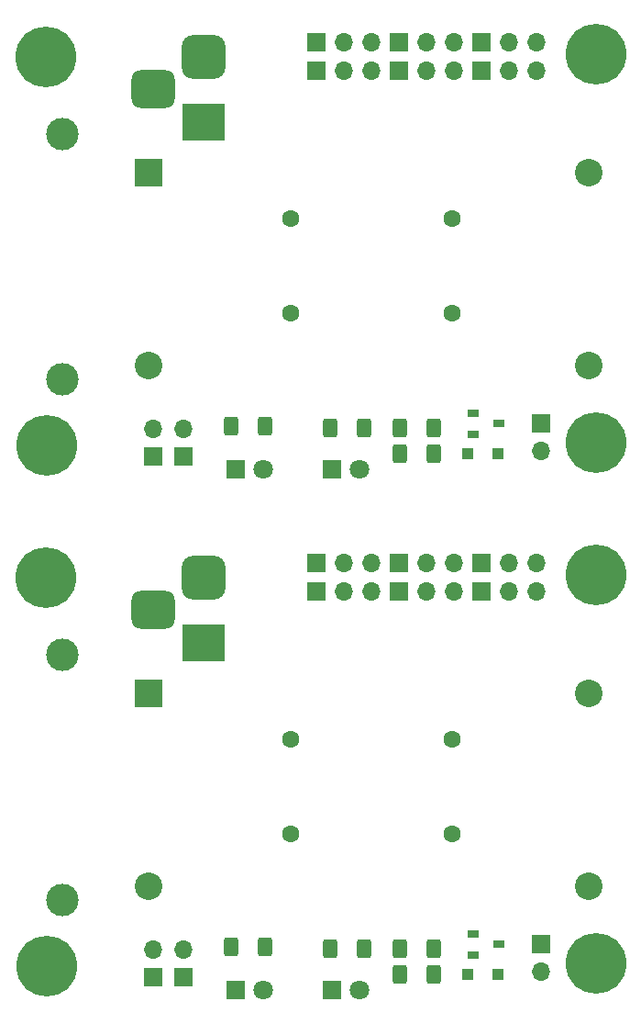
<source format=gts>
%MOIN*%
%OFA0B0*%
%FSLAX46Y46*%
%IPPOS*%
%LPD*%
%AMRoundRect*
4,1,4,
0.07874015748031496,0.11811023622047245,
0.15748031496062992,0.19685039370078741,
0.23622047244094491,0.27559055118110237,
0.31496062992125984,0.35433070866141736,
0.07874015748031496,0.11811023622047245,
0*
1,1,$1,$2,$3*
1,1,$1,$2,$3*
1,1,$1,$2,$3*
1,1,$1,$2,$3*
20,1,$1,$2,$3,$4,$5,0*
20,1,$1,$2,$3,$4,$5,0*
20,1,$1,$2,$3,$4,$5,0*
20,1,$1,$2,$3,$4,$5,0*%
%AMCOMP11*
4,1,3,
0.015748031496062995,0.024606299212598427,
-0.015748031496062995,0.024606299212598427,
-0.015748031496062995,-0.024606299212598427,
0.015748031496062995,-0.024606299212598427,
0*
4,1,19,
0.015748031496062995,0.034448818897637797,
0.018789537346210115,0.033967091695818442,
0.02153331941232749,0.032569064905265233,
0.0237107971887298,0.030391587128862928,
0.025108823979283011,0.027647805062745546,
0.025590551181102365,0.024606299212598427,
0.025108823979283011,0.021564793362451307,
0.0237107971887298,0.018821011296333928,
0.021533319412327497,0.016643533519931621,
0.018789537346210115,0.015245506729378409,
0.015748031496062995,0.014763779527559057,
0.012706525645915871,0.015245506729378409,
0.009962743579798497,0.016643533519931621,
0.0077852658033961885,0.018821011296333925,
0.0063872390128429787,0.021564793362451307,
0.0059055118110236228,0.024606299212598427,
0.006387239012842977,0.027647805062745546,
0.0077852658033961868,0.030391587128862925,
0.0099627435797984918,0.032569064905265233,
0.012706525645915871,0.033967091695818442,
0*
4,1,19,
-0.015748031496062995,0.034448818897637797,
-0.012706525645915873,0.033967091695818442,
-0.0099627435797984935,0.032569064905265233,
-0.0077852658033961877,0.030391587128862928,
-0.0063872390128429787,0.027647805062745546,
-0.0059055118110236228,0.024606299212598427,
-0.006387239012842977,0.021564793362451307,
-0.0077852658033961877,0.018821011296333928,
-0.0099627435797984918,0.016643533519931621,
-0.012706525645915873,0.015245506729378409,
-0.015748031496062992,0.014763779527559057,
-0.018789537346210118,0.015245506729378409,
-0.02153331941232749,0.016643533519931621,
-0.0237107971887298,0.018821011296333925,
-0.025108823979283011,0.021564793362451307,
-0.025590551181102365,0.024606299212598427,
-0.025108823979283011,0.027647805062745546,
-0.0237107971887298,0.030391587128862925,
-0.021533319412327497,0.032569064905265233,
-0.018789537346210118,0.033967091695818442,
0*
4,1,19,
-0.015748031496062995,-0.014763779527559057,
-0.012706525645915873,-0.015245506729378409,
-0.0099627435797984935,-0.016643533519931621,
-0.0077852658033961877,-0.018821011296333928,
-0.0063872390128429787,-0.021564793362451307,
-0.0059055118110236228,-0.024606299212598427,
-0.006387239012842977,-0.027647805062745546,
-0.0077852658033961877,-0.030391587128862925,
-0.0099627435797984918,-0.032569064905265233,
-0.012706525645915873,-0.033967091695818442,
-0.015748031496062992,-0.034448818897637797,
-0.018789537346210118,-0.033967091695818442,
-0.02153331941232749,-0.032569064905265233,
-0.0237107971887298,-0.030391587128862928,
-0.025108823979283011,-0.027647805062745546,
-0.025590551181102365,-0.024606299212598427,
-0.025108823979283011,-0.021564793362451307,
-0.0237107971887298,-0.018821011296333928,
-0.021533319412327497,-0.016643533519931621,
-0.018789537346210118,-0.015245506729378409,
0*
4,1,19,
0.015748031496062995,-0.014763779527559057,
0.018789537346210115,-0.015245506729378409,
0.02153331941232749,-0.016643533519931621,
0.0237107971887298,-0.018821011296333928,
0.025108823979283011,-0.021564793362451307,
0.025590551181102365,-0.024606299212598427,
0.025108823979283011,-0.027647805062745546,
0.0237107971887298,-0.030391587128862925,
0.021533319412327497,-0.032569064905265233,
0.018789537346210115,-0.033967091695818442,
0.015748031496062995,-0.034448818897637797,
0.012706525645915871,-0.033967091695818442,
0.009962743579798497,-0.032569064905265233,
0.0077852658033961885,-0.030391587128862928,
0.0063872390128429787,-0.027647805062745546,
0.0059055118110236228,-0.024606299212598427,
0.006387239012842977,-0.021564793362451307,
0.0077852658033961868,-0.018821011296333928,
0.0099627435797984918,-0.016643533519931621,
0.012706525645915871,-0.015245506729378409,
0*
4,1,3,
0.015748031496062995,0.034448818897637797,
0.015748031496062995,0.014763779527559057,
-0.015748031496062995,0.014763779527559057,
-0.015748031496062995,0.034448818897637797,
0*
4,1,3,
-0.025590551181102365,0.024606299212598427,
-0.0059055118110236228,0.024606299212598427,
-0.0059055118110236228,-0.024606299212598427,
-0.025590551181102365,-0.024606299212598427,
0*
4,1,3,
-0.015748031496062995,-0.034448818897637797,
-0.015748031496062995,-0.014763779527559057,
0.015748031496062995,-0.014763779527559057,
0.015748031496062995,-0.034448818897637797,
0*
4,1,3,
0.025590551181102365,-0.024606299212598427,
0.0059055118110236228,-0.024606299212598427,
0.0059055118110236228,0.024606299212598427,
0.025590551181102365,0.024606299212598427,
0*%
%AMCOMP12*
4,1,3,
-0.015748031496062995,-0.024606299212598427,
0.015748031496062995,-0.024606299212598427,
0.015748031496062995,0.024606299212598427,
-0.015748031496062995,0.024606299212598427,
0*
4,1,19,
-0.015748031496062995,-0.014763779527559057,
-0.012706525645915873,-0.015245506729378409,
-0.0099627435797984935,-0.016643533519931621,
-0.0077852658033961877,-0.018821011296333928,
-0.0063872390128429787,-0.021564793362451307,
-0.0059055118110236228,-0.024606299212598427,
-0.006387239012842977,-0.027647805062745546,
-0.0077852658033961877,-0.030391587128862925,
-0.0099627435797984918,-0.032569064905265233,
-0.012706525645915873,-0.033967091695818442,
-0.015748031496062992,-0.034448818897637797,
-0.018789537346210118,-0.033967091695818442,
-0.02153331941232749,-0.032569064905265233,
-0.0237107971887298,-0.030391587128862928,
-0.025108823979283011,-0.027647805062745546,
-0.025590551181102365,-0.024606299212598427,
-0.025108823979283011,-0.021564793362451307,
-0.0237107971887298,-0.018821011296333928,
-0.021533319412327497,-0.016643533519931621,
-0.018789537346210118,-0.015245506729378409,
0*
4,1,19,
0.015748031496062995,-0.014763779527559057,
0.018789537346210115,-0.015245506729378409,
0.02153331941232749,-0.016643533519931621,
0.0237107971887298,-0.018821011296333928,
0.025108823979283011,-0.021564793362451307,
0.025590551181102365,-0.024606299212598427,
0.025108823979283011,-0.027647805062745546,
0.0237107971887298,-0.030391587128862925,
0.021533319412327497,-0.032569064905265233,
0.018789537346210115,-0.033967091695818442,
0.015748031496062995,-0.034448818897637797,
0.012706525645915871,-0.033967091695818442,
0.009962743579798497,-0.032569064905265233,
0.0077852658033961885,-0.030391587128862928,
0.0063872390128429787,-0.027647805062745546,
0.0059055118110236228,-0.024606299212598427,
0.006387239012842977,-0.021564793362451307,
0.0077852658033961868,-0.018821011296333928,
0.0099627435797984918,-0.016643533519931621,
0.012706525645915871,-0.015245506729378409,
0*
4,1,19,
0.015748031496062995,0.034448818897637797,
0.018789537346210115,0.033967091695818442,
0.02153331941232749,0.032569064905265233,
0.0237107971887298,0.030391587128862928,
0.025108823979283011,0.027647805062745546,
0.025590551181102365,0.024606299212598427,
0.025108823979283011,0.021564793362451307,
0.0237107971887298,0.018821011296333928,
0.021533319412327497,0.016643533519931621,
0.018789537346210115,0.015245506729378409,
0.015748031496062995,0.014763779527559057,
0.012706525645915871,0.015245506729378409,
0.009962743579798497,0.016643533519931621,
0.0077852658033961885,0.018821011296333925,
0.0063872390128429787,0.021564793362451307,
0.0059055118110236228,0.024606299212598427,
0.006387239012842977,0.027647805062745546,
0.0077852658033961868,0.030391587128862925,
0.0099627435797984918,0.032569064905265233,
0.012706525645915871,0.033967091695818442,
0*
4,1,19,
-0.015748031496062995,0.034448818897637797,
-0.012706525645915873,0.033967091695818442,
-0.0099627435797984935,0.032569064905265233,
-0.0077852658033961877,0.030391587128862928,
-0.0063872390128429787,0.027647805062745546,
-0.0059055118110236228,0.024606299212598427,
-0.006387239012842977,0.021564793362451307,
-0.0077852658033961877,0.018821011296333928,
-0.0099627435797984918,0.016643533519931621,
-0.012706525645915873,0.015245506729378409,
-0.015748031496062992,0.014763779527559057,
-0.018789537346210118,0.015245506729378409,
-0.02153331941232749,0.016643533519931621,
-0.0237107971887298,0.018821011296333925,
-0.025108823979283011,0.021564793362451307,
-0.025590551181102365,0.024606299212598427,
-0.025108823979283011,0.027647805062745546,
-0.0237107971887298,0.030391587128862925,
-0.021533319412327497,0.032569064905265233,
-0.018789537346210118,0.033967091695818442,
0*
4,1,3,
-0.015748031496062995,-0.034448818897637797,
-0.015748031496062995,-0.014763779527559057,
0.015748031496062995,-0.014763779527559057,
0.015748031496062995,-0.034448818897637797,
0*
4,1,3,
0.025590551181102365,-0.024606299212598427,
0.0059055118110236228,-0.024606299212598427,
0.0059055118110236228,0.024606299212598427,
0.025590551181102365,0.024606299212598427,
0*
4,1,3,
0.015748031496062995,0.034448818897637797,
0.015748031496062995,0.014763779527559057,
-0.015748031496062995,0.014763779527559057,
-0.015748031496062995,0.034448818897637797,
0*
4,1,3,
-0.025590551181102365,0.024606299212598427,
-0.0059055118110236228,0.024606299212598427,
-0.0059055118110236228,-0.024606299212598427,
-0.025590551181102365,-0.024606299212598427,
0*%
%AMCOMP13*
4,1,3,
-0.03937007874015748,0.03937007874015748,
-0.03937007874015748,-0.03937007874015748,
0.03937007874015748,-0.03937007874015748,
0.03937007874015748,0.03937007874015748,
0*
4,1,19,
-0.03937007874015748,0.07874015748031496,
-0.027204055339569,0.076813248673037543,
-0.016228927075099483,0.0712211415108247,
-0.0075190159694902585,0.062511230405215487,
-0.0019269088072774202,0.051536102140745964,
0,0.03937007874015748,
-0.0019269088072774157,0.027204055339569003,
-0.0075190159694902585,0.01622892707509949,
-0.016228927075099479,0.0075190159694902628,
-0.027204055339569,0.0019269088072774202,
-0.03937007874015748,0,
-0.051536102140745978,0.0019269088072774202,
-0.062511230405215473,0.0075190159694902541,
-0.0712211415108247,0.016228927075099479,
-0.076813248673037543,0.027204055339568996,
-0.07874015748031496,0.039370078740157473,
-0.076813248673037543,0.051536102140745957,
-0.0712211415108247,0.062511230405215473,
-0.062511230405215487,0.0712211415108247,
-0.051536102140745978,0.076813248673037543,
0*
4,1,19,
-0.03937007874015748,0,
-0.027204055339569,-0.0019269088072774202,
-0.016228927075099483,-0.0075190159694902585,
-0.0075190159694902585,-0.016228927075099483,
-0.0019269088072774202,-0.027204055339569,
0,-0.03937007874015748,
-0.0019269088072774157,-0.051536102140745964,
-0.0075190159694902585,-0.062511230405215473,
-0.016228927075099479,-0.0712211415108247,
-0.027204055339569,-0.076813248673037543,
-0.03937007874015748,-0.07874015748031496,
-0.051536102140745978,-0.076813248673037543,
-0.062511230405215473,-0.0712211415108247,
-0.0712211415108247,-0.062511230405215487,
-0.076813248673037543,-0.051536102140745964,
-0.07874015748031496,-0.039370078740157494,
-0.076813248673037543,-0.02720405533956901,
-0.0712211415108247,-0.016228927075099493,
-0.062511230405215487,-0.0075190159694902628,
-0.051536102140745978,-0.0019269088072774202,
0*
4,1,19,
0.03937007874015748,0,
0.051536102140745964,-0.0019269088072774202,
0.062511230405215487,-0.0075190159694902585,
0.0712211415108247,-0.016228927075099483,
0.076813248673037543,-0.027204055339569,
0.07874015748031496,-0.03937007874015748,
0.076813248673037543,-0.051536102140745964,
0.0712211415108247,-0.062511230405215473,
0.062511230405215487,-0.0712211415108247,
0.051536102140745964,-0.076813248673037543,
0.039370078740157494,-0.07874015748031496,
0.027204055339568992,-0.076813248673037543,
0.01622892707509949,-0.0712211415108247,
0.0075190159694902628,-0.062511230405215487,
0.0019269088072774202,-0.051536102140745964,
0,-0.039370078740157494,
0.0019269088072774157,-0.02720405533956901,
0.0075190159694902541,-0.016228927075099493,
0.016228927075099476,-0.0075190159694902628,
0.027204055339568992,-0.0019269088072774202,
0*
4,1,19,
0.03937007874015748,0.07874015748031496,
0.051536102140745964,0.076813248673037543,
0.062511230405215487,0.0712211415108247,
0.0712211415108247,0.062511230405215487,
0.076813248673037543,0.051536102140745964,
0.07874015748031496,0.03937007874015748,
0.076813248673037543,0.027204055339569003,
0.0712211415108247,0.01622892707509949,
0.062511230405215487,0.0075190159694902628,
0.051536102140745964,0.0019269088072774202,
0.039370078740157494,0,
0.027204055339568992,0.0019269088072774202,
0.01622892707509949,0.0075190159694902541,
0.0075190159694902628,0.016228927075099479,
0.0019269088072774202,0.027204055339568996,
0,0.039370078740157473,
0.0019269088072774157,0.051536102140745957,
0.0075190159694902541,0.062511230405215473,
0.016228927075099476,0.0712211415108247,
0.027204055339568992,0.076813248673037543,
0*
4,1,3,
-0.07874015748031496,0.03937007874015748,
0,0.03937007874015748,
0,-0.03937007874015748,
-0.07874015748031496,-0.03937007874015748,
0*
4,1,3,
-0.03937007874015748,-0.07874015748031496,
-0.03937007874015748,0,
0.03937007874015748,0,
0.03937007874015748,-0.07874015748031496,
0*
4,1,3,
0.07874015748031496,-0.03937007874015748,
0,-0.03937007874015748,
0,0.03937007874015748,
0.07874015748031496,0.03937007874015748,
0*
4,1,3,
0.03937007874015748,0.07874015748031496,
0.03937007874015748,0,
-0.03937007874015748,0,
-0.03937007874015748,0.07874015748031496,
0*%
%AMCOMP14*
4,1,3,
-0.04429133858267717,0.034448818897637797,
-0.04429133858267717,-0.034448818897637797,
0.04429133858267717,-0.034448818897637797,
0.04429133858267717,0.034448818897637797,
0*
4,1,19,
-0.04429133858267717,0.068897637795275593,
-0.033646068107162252,0.067211592588907854,
-0.02404283087575142,0.062318498821971623,
-0.016421658658343347,0.054697326604563543,
-0.011528564891407115,0.045094089373152721,
-0.00984251968503937,0.034448818897637797,
-0.011528564891407109,0.023803548422122879,
-0.016421658658343347,0.014200311190712054,
-0.024042830875751417,0.00657913897330398,
-0.033646068107162239,0.0016860452063677432,
-0.04429133858267717,0,
-0.054936609058192094,0.0016860452063677432,
-0.064539846289602909,0.0065791389733039713,
-0.072161018507010982,0.014200311190712045,
-0.07705411227394722,0.023803548422122869,
-0.07874015748031496,0.03444881889763779,
-0.07705411227394722,0.045094089373152707,
-0.072161018507011,0.054697326604563536,
-0.064539846289602923,0.062318498821971616,
-0.054936609058192094,0.067211592588907854,
0*
4,1,19,
-0.04429133858267717,0,
-0.033646068107162252,-0.0016860452063677432,
-0.02404283087575142,-0.0065791389733039756,
-0.016421658658343347,-0.014200311190712049,
-0.011528564891407115,-0.023803548422122876,
-0.00984251968503937,-0.034448818897637797,
-0.011528564891407109,-0.045094089373152714,
-0.016421658658343347,-0.054697326604563536,
-0.024042830875751417,-0.062318498821971616,
-0.033646068107162239,-0.067211592588907854,
-0.04429133858267717,-0.068897637795275593,
-0.054936609058192094,-0.067211592588907854,
-0.064539846289602909,-0.062318498821971623,
-0.072161018507010982,-0.054697326604563556,
-0.07705411227394722,-0.045094089373152721,
-0.07874015748031496,-0.0344488188976378,
-0.07705411227394722,-0.023803548422122883,
-0.072161018507011,-0.014200311190712057,
-0.064539846289602923,-0.00657913897330398,
-0.054936609058192094,-0.0016860452063677432,
0*
4,1,19,
0.04429133858267717,0,
0.054936609058192087,-0.0016860452063677432,
0.064539846289602909,-0.0065791389733039756,
0.072161018507011,-0.014200311190712049,
0.07705411227394722,-0.023803548422122876,
0.07874015748031496,-0.034448818897637797,
0.07705411227394722,-0.045094089373152714,
0.072161018507011,-0.054697326604563536,
0.064539846289602923,-0.062318498821971616,
0.054936609058192094,-0.067211592588907854,
0.04429133858267717,-0.068897637795275593,
0.033646068107162239,-0.067211592588907854,
0.024042830875751424,-0.062318498821971623,
0.016421658658343351,-0.054697326604563556,
0.011528564891407115,-0.045094089373152721,
0.00984251968503937,-0.0344488188976378,
0.011528564891407109,-0.023803548422122883,
0.016421658658343344,-0.014200311190712057,
0.02404283087575141,-0.00657913897330398,
0.033646068107162239,-0.0016860452063677432,
0*
4,1,19,
0.04429133858267717,0.068897637795275593,
0.054936609058192087,0.067211592588907854,
0.064539846289602909,0.062318498821971623,
0.072161018507011,0.054697326604563543,
0.07705411227394722,0.045094089373152721,
0.07874015748031496,0.034448818897637797,
0.07705411227394722,0.023803548422122879,
0.072161018507011,0.014200311190712054,
0.064539846289602923,0.00657913897330398,
0.054936609058192094,0.0016860452063677432,
0.04429133858267717,0,
0.033646068107162239,0.0016860452063677432,
0.024042830875751424,0.0065791389733039713,
0.016421658658343351,0.014200311190712045,
0.011528564891407115,0.023803548422122869,
0.00984251968503937,0.03444881889763779,
0.011528564891407109,0.045094089373152707,
0.016421658658343344,0.054697326604563536,
0.02404283087575141,0.062318498821971616,
0.033646068107162239,0.067211592588907854,
0*
4,1,3,
-0.07874015748031496,0.034448818897637797,
-0.00984251968503937,0.034448818897637797,
-0.00984251968503937,-0.034448818897637797,
-0.07874015748031496,-0.034448818897637797,
0*
4,1,3,
-0.04429133858267717,-0.068897637795275593,
-0.04429133858267717,0,
0.04429133858267717,0,
0.04429133858267717,-0.068897637795275593,
0*
4,1,3,
0.07874015748031496,-0.034448818897637797,
0.00984251968503937,-0.034448818897637797,
0.00984251968503937,0.034448818897637797,
0.07874015748031496,0.034448818897637797,
0*
4,1,3,
0.04429133858267717,0.068897637795275593,
0.04429133858267717,0,
-0.04429133858267717,0,
-0.04429133858267717,0.068897637795275593,
0*%
%AMRoundRect0*
4,1,4,
0.07874015748031496,0.11811023622047245,
0.15748031496062992,0.19685039370078741,
0.23622047244094491,0.27559055118110237,
0.31496062992125984,0.35433070866141736,
0.07874015748031496,0.11811023622047245,
0*
1,1,$1,$2,$3*
1,1,$1,$2,$3*
1,1,$1,$2,$3*
1,1,$1,$2,$3*
20,1,$1,$2,$3,$4,$5,0*
20,1,$1,$2,$3,$4,$5,0*
20,1,$1,$2,$3,$4,$5,0*
20,1,$1,$2,$3,$4,$5,0*%
%AMCOMP270*
4,1,3,
0.015748031496062995,0.024606299212598427,
-0.015748031496062995,0.024606299212598427,
-0.015748031496062995,-0.024606299212598427,
0.015748031496062995,-0.024606299212598427,
0*
4,1,19,
0.015748031496062995,0.034448818897637797,
0.018789537346210115,0.033967091695818442,
0.02153331941232749,0.032569064905265233,
0.0237107971887298,0.030391587128862928,
0.025108823979283011,0.027647805062745546,
0.025590551181102365,0.024606299212598427,
0.025108823979283011,0.021564793362451307,
0.0237107971887298,0.018821011296333928,
0.021533319412327497,0.016643533519931621,
0.018789537346210115,0.015245506729378409,
0.015748031496062995,0.014763779527559057,
0.012706525645915871,0.015245506729378409,
0.009962743579798497,0.016643533519931621,
0.0077852658033961885,0.018821011296333925,
0.0063872390128429787,0.021564793362451307,
0.0059055118110236228,0.024606299212598427,
0.006387239012842977,0.027647805062745546,
0.0077852658033961868,0.030391587128862925,
0.0099627435797984918,0.032569064905265233,
0.012706525645915871,0.033967091695818442,
0*
4,1,19,
-0.015748031496062995,0.034448818897637797,
-0.012706525645915873,0.033967091695818442,
-0.0099627435797984935,0.032569064905265233,
-0.0077852658033961877,0.030391587128862928,
-0.0063872390128429787,0.027647805062745546,
-0.0059055118110236228,0.024606299212598427,
-0.006387239012842977,0.021564793362451307,
-0.0077852658033961877,0.018821011296333928,
-0.0099627435797984918,0.016643533519931621,
-0.012706525645915873,0.015245506729378409,
-0.015748031496062992,0.014763779527559057,
-0.018789537346210118,0.015245506729378409,
-0.02153331941232749,0.016643533519931621,
-0.0237107971887298,0.018821011296333925,
-0.025108823979283011,0.021564793362451307,
-0.025590551181102365,0.024606299212598427,
-0.025108823979283011,0.027647805062745546,
-0.0237107971887298,0.030391587128862925,
-0.021533319412327497,0.032569064905265233,
-0.018789537346210118,0.033967091695818442,
0*
4,1,19,
-0.015748031496062995,-0.014763779527559057,
-0.012706525645915873,-0.015245506729378409,
-0.0099627435797984935,-0.016643533519931621,
-0.0077852658033961877,-0.018821011296333928,
-0.0063872390128429787,-0.021564793362451307,
-0.0059055118110236228,-0.024606299212598427,
-0.006387239012842977,-0.027647805062745546,
-0.0077852658033961877,-0.030391587128862925,
-0.0099627435797984918,-0.032569064905265233,
-0.012706525645915873,-0.033967091695818442,
-0.015748031496062992,-0.034448818897637797,
-0.018789537346210118,-0.033967091695818442,
-0.02153331941232749,-0.032569064905265233,
-0.0237107971887298,-0.030391587128862928,
-0.025108823979283011,-0.027647805062745546,
-0.025590551181102365,-0.024606299212598427,
-0.025108823979283011,-0.021564793362451307,
-0.0237107971887298,-0.018821011296333928,
-0.021533319412327497,-0.016643533519931621,
-0.018789537346210118,-0.015245506729378409,
0*
4,1,19,
0.015748031496062995,-0.014763779527559057,
0.018789537346210115,-0.015245506729378409,
0.02153331941232749,-0.016643533519931621,
0.0237107971887298,-0.018821011296333928,
0.025108823979283011,-0.021564793362451307,
0.025590551181102365,-0.024606299212598427,
0.025108823979283011,-0.027647805062745546,
0.0237107971887298,-0.030391587128862925,
0.021533319412327497,-0.032569064905265233,
0.018789537346210115,-0.033967091695818442,
0.015748031496062995,-0.034448818897637797,
0.012706525645915871,-0.033967091695818442,
0.009962743579798497,-0.032569064905265233,
0.0077852658033961885,-0.030391587128862928,
0.0063872390128429787,-0.027647805062745546,
0.0059055118110236228,-0.024606299212598427,
0.006387239012842977,-0.021564793362451307,
0.0077852658033961868,-0.018821011296333928,
0.0099627435797984918,-0.016643533519931621,
0.012706525645915871,-0.015245506729378409,
0*
4,1,3,
0.015748031496062995,0.034448818897637797,
0.015748031496062995,0.014763779527559057,
-0.015748031496062995,0.014763779527559057,
-0.015748031496062995,0.034448818897637797,
0*
4,1,3,
-0.025590551181102365,0.024606299212598427,
-0.0059055118110236228,0.024606299212598427,
-0.0059055118110236228,-0.024606299212598427,
-0.025590551181102365,-0.024606299212598427,
0*
4,1,3,
-0.015748031496062995,-0.034448818897637797,
-0.015748031496062995,-0.014763779527559057,
0.015748031496062995,-0.014763779527559057,
0.015748031496062995,-0.034448818897637797,
0*
4,1,3,
0.025590551181102365,-0.024606299212598427,
0.0059055118110236228,-0.024606299212598427,
0.0059055118110236228,0.024606299212598427,
0.025590551181102365,0.024606299212598427,
0*%
%AMCOMP280*
4,1,3,
-0.015748031496062995,-0.024606299212598427,
0.015748031496062995,-0.024606299212598427,
0.015748031496062995,0.024606299212598427,
-0.015748031496062995,0.024606299212598427,
0*
4,1,19,
-0.015748031496062995,-0.014763779527559057,
-0.012706525645915873,-0.015245506729378409,
-0.0099627435797984935,-0.016643533519931621,
-0.0077852658033961877,-0.018821011296333928,
-0.0063872390128429787,-0.021564793362451307,
-0.0059055118110236228,-0.024606299212598427,
-0.006387239012842977,-0.027647805062745546,
-0.0077852658033961877,-0.030391587128862925,
-0.0099627435797984918,-0.032569064905265233,
-0.012706525645915873,-0.033967091695818442,
-0.015748031496062992,-0.034448818897637797,
-0.018789537346210118,-0.033967091695818442,
-0.02153331941232749,-0.032569064905265233,
-0.0237107971887298,-0.030391587128862928,
-0.025108823979283011,-0.027647805062745546,
-0.025590551181102365,-0.024606299212598427,
-0.025108823979283011,-0.021564793362451307,
-0.0237107971887298,-0.018821011296333928,
-0.021533319412327497,-0.016643533519931621,
-0.018789537346210118,-0.015245506729378409,
0*
4,1,19,
0.015748031496062995,-0.014763779527559057,
0.018789537346210115,-0.015245506729378409,
0.02153331941232749,-0.016643533519931621,
0.0237107971887298,-0.018821011296333928,
0.025108823979283011,-0.021564793362451307,
0.025590551181102365,-0.024606299212598427,
0.025108823979283011,-0.027647805062745546,
0.0237107971887298,-0.030391587128862925,
0.021533319412327497,-0.032569064905265233,
0.018789537346210115,-0.033967091695818442,
0.015748031496062995,-0.034448818897637797,
0.012706525645915871,-0.033967091695818442,
0.009962743579798497,-0.032569064905265233,
0.0077852658033961885,-0.030391587128862928,
0.0063872390128429787,-0.027647805062745546,
0.0059055118110236228,-0.024606299212598427,
0.006387239012842977,-0.021564793362451307,
0.0077852658033961868,-0.018821011296333928,
0.0099627435797984918,-0.016643533519931621,
0.012706525645915871,-0.015245506729378409,
0*
4,1,19,
0.015748031496062995,0.034448818897637797,
0.018789537346210115,0.033967091695818442,
0.02153331941232749,0.032569064905265233,
0.0237107971887298,0.030391587128862928,
0.025108823979283011,0.027647805062745546,
0.025590551181102365,0.024606299212598427,
0.025108823979283011,0.021564793362451307,
0.0237107971887298,0.018821011296333928,
0.021533319412327497,0.016643533519931621,
0.018789537346210115,0.015245506729378409,
0.015748031496062995,0.014763779527559057,
0.012706525645915871,0.015245506729378409,
0.009962743579798497,0.016643533519931621,
0.0077852658033961885,0.018821011296333925,
0.0063872390128429787,0.021564793362451307,
0.0059055118110236228,0.024606299212598427,
0.006387239012842977,0.027647805062745546,
0.0077852658033961868,0.030391587128862925,
0.0099627435797984918,0.032569064905265233,
0.012706525645915871,0.033967091695818442,
0*
4,1,19,
-0.015748031496062995,0.034448818897637797,
-0.012706525645915873,0.033967091695818442,
-0.0099627435797984935,0.032569064905265233,
-0.0077852658033961877,0.030391587128862928,
-0.0063872390128429787,0.027647805062745546,
-0.0059055118110236228,0.024606299212598427,
-0.006387239012842977,0.021564793362451307,
-0.0077852658033961877,0.018821011296333928,
-0.0099627435797984918,0.016643533519931621,
-0.012706525645915873,0.015245506729378409,
-0.015748031496062992,0.014763779527559057,
-0.018789537346210118,0.015245506729378409,
-0.02153331941232749,0.016643533519931621,
-0.0237107971887298,0.018821011296333925,
-0.025108823979283011,0.021564793362451307,
-0.025590551181102365,0.024606299212598427,
-0.025108823979283011,0.027647805062745546,
-0.0237107971887298,0.030391587128862925,
-0.021533319412327497,0.032569064905265233,
-0.018789537346210118,0.033967091695818442,
0*
4,1,3,
-0.015748031496062995,-0.034448818897637797,
-0.015748031496062995,-0.014763779527559057,
0.015748031496062995,-0.014763779527559057,
0.015748031496062995,-0.034448818897637797,
0*
4,1,3,
0.025590551181102365,-0.024606299212598427,
0.0059055118110236228,-0.024606299212598427,
0.0059055118110236228,0.024606299212598427,
0.025590551181102365,0.024606299212598427,
0*
4,1,3,
0.015748031496062995,0.034448818897637797,
0.015748031496062995,0.014763779527559057,
-0.015748031496062995,0.014763779527559057,
-0.015748031496062995,0.034448818897637797,
0*
4,1,3,
-0.025590551181102365,0.024606299212598427,
-0.0059055118110236228,0.024606299212598427,
-0.0059055118110236228,-0.024606299212598427,
-0.025590551181102365,-0.024606299212598427,
0*%
%AMCOMP290*
4,1,3,
-0.03937007874015748,0.03937007874015748,
-0.03937007874015748,-0.03937007874015748,
0.03937007874015748,-0.03937007874015748,
0.03937007874015748,0.03937007874015748,
0*
4,1,19,
-0.03937007874015748,0.07874015748031496,
-0.027204055339569,0.076813248673037543,
-0.016228927075099483,0.0712211415108247,
-0.0075190159694902585,0.062511230405215487,
-0.0019269088072774202,0.051536102140745964,
0,0.03937007874015748,
-0.0019269088072774157,0.027204055339569003,
-0.0075190159694902585,0.01622892707509949,
-0.016228927075099479,0.0075190159694902628,
-0.027204055339569,0.0019269088072774202,
-0.03937007874015748,0,
-0.051536102140745978,0.0019269088072774202,
-0.062511230405215473,0.0075190159694902541,
-0.0712211415108247,0.016228927075099479,
-0.076813248673037543,0.027204055339568996,
-0.07874015748031496,0.039370078740157473,
-0.076813248673037543,0.051536102140745957,
-0.0712211415108247,0.062511230405215473,
-0.062511230405215487,0.0712211415108247,
-0.051536102140745978,0.076813248673037543,
0*
4,1,19,
-0.03937007874015748,0,
-0.027204055339569,-0.0019269088072774202,
-0.016228927075099483,-0.0075190159694902585,
-0.0075190159694902585,-0.016228927075099483,
-0.0019269088072774202,-0.027204055339569,
0,-0.03937007874015748,
-0.0019269088072774157,-0.051536102140745964,
-0.0075190159694902585,-0.062511230405215473,
-0.016228927075099479,-0.0712211415108247,
-0.027204055339569,-0.076813248673037543,
-0.03937007874015748,-0.07874015748031496,
-0.051536102140745978,-0.076813248673037543,
-0.062511230405215473,-0.0712211415108247,
-0.0712211415108247,-0.062511230405215487,
-0.076813248673037543,-0.051536102140745964,
-0.07874015748031496,-0.039370078740157494,
-0.076813248673037543,-0.02720405533956901,
-0.0712211415108247,-0.016228927075099493,
-0.062511230405215487,-0.0075190159694902628,
-0.051536102140745978,-0.0019269088072774202,
0*
4,1,19,
0.03937007874015748,0,
0.051536102140745964,-0.0019269088072774202,
0.062511230405215487,-0.0075190159694902585,
0.0712211415108247,-0.016228927075099483,
0.076813248673037543,-0.027204055339569,
0.07874015748031496,-0.03937007874015748,
0.076813248673037543,-0.051536102140745964,
0.0712211415108247,-0.062511230405215473,
0.062511230405215487,-0.0712211415108247,
0.051536102140745964,-0.076813248673037543,
0.039370078740157494,-0.07874015748031496,
0.027204055339568992,-0.076813248673037543,
0.01622892707509949,-0.0712211415108247,
0.0075190159694902628,-0.062511230405215487,
0.0019269088072774202,-0.051536102140745964,
0,-0.039370078740157494,
0.0019269088072774157,-0.02720405533956901,
0.0075190159694902541,-0.016228927075099493,
0.016228927075099476,-0.0075190159694902628,
0.027204055339568992,-0.0019269088072774202,
0*
4,1,19,
0.03937007874015748,0.07874015748031496,
0.051536102140745964,0.076813248673037543,
0.062511230405215487,0.0712211415108247,
0.0712211415108247,0.062511230405215487,
0.076813248673037543,0.051536102140745964,
0.07874015748031496,0.03937007874015748,
0.076813248673037543,0.027204055339569003,
0.0712211415108247,0.01622892707509949,
0.062511230405215487,0.0075190159694902628,
0.051536102140745964,0.0019269088072774202,
0.039370078740157494,0,
0.027204055339568992,0.0019269088072774202,
0.01622892707509949,0.0075190159694902541,
0.0075190159694902628,0.016228927075099479,
0.0019269088072774202,0.027204055339568996,
0,0.039370078740157473,
0.0019269088072774157,0.051536102140745957,
0.0075190159694902541,0.062511230405215473,
0.016228927075099476,0.0712211415108247,
0.027204055339568992,0.076813248673037543,
0*
4,1,3,
-0.07874015748031496,0.03937007874015748,
0,0.03937007874015748,
0,-0.03937007874015748,
-0.07874015748031496,-0.03937007874015748,
0*
4,1,3,
-0.03937007874015748,-0.07874015748031496,
-0.03937007874015748,0,
0.03937007874015748,0,
0.03937007874015748,-0.07874015748031496,
0*
4,1,3,
0.07874015748031496,-0.03937007874015748,
0,-0.03937007874015748,
0,0.03937007874015748,
0.07874015748031496,0.03937007874015748,
0*
4,1,3,
0.03937007874015748,0.07874015748031496,
0.03937007874015748,0,
-0.03937007874015748,0,
-0.03937007874015748,0.07874015748031496,
0*%
%AMCOMP300*
4,1,3,
-0.04429133858267717,0.034448818897637797,
-0.04429133858267717,-0.034448818897637797,
0.04429133858267717,-0.034448818897637797,
0.04429133858267717,0.034448818897637797,
0*
4,1,19,
-0.04429133858267717,0.068897637795275593,
-0.033646068107162252,0.067211592588907854,
-0.02404283087575142,0.062318498821971623,
-0.016421658658343347,0.054697326604563543,
-0.011528564891407115,0.045094089373152721,
-0.00984251968503937,0.034448818897637797,
-0.011528564891407109,0.023803548422122879,
-0.016421658658343347,0.014200311190712054,
-0.024042830875751417,0.00657913897330398,
-0.033646068107162239,0.0016860452063677432,
-0.04429133858267717,0,
-0.054936609058192094,0.0016860452063677432,
-0.064539846289602909,0.0065791389733039713,
-0.072161018507010982,0.014200311190712045,
-0.07705411227394722,0.023803548422122869,
-0.07874015748031496,0.03444881889763779,
-0.07705411227394722,0.045094089373152707,
-0.072161018507011,0.054697326604563536,
-0.064539846289602923,0.062318498821971616,
-0.054936609058192094,0.067211592588907854,
0*
4,1,19,
-0.04429133858267717,0,
-0.033646068107162252,-0.0016860452063677432,
-0.02404283087575142,-0.0065791389733039756,
-0.016421658658343347,-0.014200311190712049,
-0.011528564891407115,-0.023803548422122876,
-0.00984251968503937,-0.034448818897637797,
-0.011528564891407109,-0.045094089373152714,
-0.016421658658343347,-0.054697326604563536,
-0.024042830875751417,-0.062318498821971616,
-0.033646068107162239,-0.067211592588907854,
-0.04429133858267717,-0.068897637795275593,
-0.054936609058192094,-0.067211592588907854,
-0.064539846289602909,-0.062318498821971623,
-0.072161018507010982,-0.054697326604563556,
-0.07705411227394722,-0.045094089373152721,
-0.07874015748031496,-0.0344488188976378,
-0.07705411227394722,-0.023803548422122883,
-0.072161018507011,-0.014200311190712057,
-0.064539846289602923,-0.00657913897330398,
-0.054936609058192094,-0.0016860452063677432,
0*
4,1,19,
0.04429133858267717,0,
0.054936609058192087,-0.0016860452063677432,
0.064539846289602909,-0.0065791389733039756,
0.072161018507011,-0.014200311190712049,
0.07705411227394722,-0.023803548422122876,
0.07874015748031496,-0.034448818897637797,
0.07705411227394722,-0.045094089373152714,
0.072161018507011,-0.054697326604563536,
0.064539846289602923,-0.062318498821971616,
0.054936609058192094,-0.067211592588907854,
0.04429133858267717,-0.068897637795275593,
0.033646068107162239,-0.067211592588907854,
0.024042830875751424,-0.062318498821971623,
0.016421658658343351,-0.054697326604563556,
0.011528564891407115,-0.045094089373152721,
0.00984251968503937,-0.0344488188976378,
0.011528564891407109,-0.023803548422122883,
0.016421658658343344,-0.014200311190712057,
0.02404283087575141,-0.00657913897330398,
0.033646068107162239,-0.0016860452063677432,
0*
4,1,19,
0.04429133858267717,0.068897637795275593,
0.054936609058192087,0.067211592588907854,
0.064539846289602909,0.062318498821971623,
0.072161018507011,0.054697326604563543,
0.07705411227394722,0.045094089373152721,
0.07874015748031496,0.034448818897637797,
0.07705411227394722,0.023803548422122879,
0.072161018507011,0.014200311190712054,
0.064539846289602923,0.00657913897330398,
0.054936609058192094,0.0016860452063677432,
0.04429133858267717,0,
0.033646068107162239,0.0016860452063677432,
0.024042830875751424,0.0065791389733039713,
0.016421658658343351,0.014200311190712045,
0.011528564891407115,0.023803548422122869,
0.00984251968503937,0.03444881889763779,
0.011528564891407109,0.045094089373152707,
0.016421658658343344,0.054697326604563536,
0.02404283087575141,0.062318498821971616,
0.033646068107162239,0.067211592588907854,
0*
4,1,3,
-0.07874015748031496,0.034448818897637797,
-0.00984251968503937,0.034448818897637797,
-0.00984251968503937,-0.034448818897637797,
-0.07874015748031496,-0.034448818897637797,
0*
4,1,3,
-0.04429133858267717,-0.068897637795275593,
-0.04429133858267717,0,
0.04429133858267717,0,
0.04429133858267717,-0.068897637795275593,
0*
4,1,3,
0.07874015748031496,-0.034448818897637797,
0.00984251968503937,-0.034448818897637797,
0.00984251968503937,0.034448818897637797,
0.07874015748031496,0.034448818897637797,
0*
4,1,3,
0.04429133858267717,0.068897637795275593,
0.04429133858267717,0,
-0.04429133858267717,0,
-0.04429133858267717,0.068897637795275593,
0*%
%ADD10R,0.043307086614173235X0.043307086614173235*%
%ADD11R,0.070866141732283464X0.070866141732283464*%
%ADD12C,0.070866141732283464*%
%ADD13C,0.11811023622047245*%
%ADD14C,0.22047244094488189*%
%ADD15R,0.066929133858267723X0.066929133858267723*%
%ADD16O,0.066929133858267723X0.066929133858267723*%
%ADD17R,0.03937007874015748X0.027559055118110236*%
%AMCOMP34*
4,1,3,
0.015748031496062995,0.024606299212598427,
-0.015748031496062995,0.024606299212598427,
-0.015748031496062995,-0.024606299212598427,
0.015748031496062995,-0.024606299212598427,
0*
4,1,19,
0.015748031496062995,0.034448818897637797,
0.018789537346210115,0.033967091695818442,
0.02153331941232749,0.032569064905265233,
0.0237107971887298,0.030391587128862928,
0.025108823979283011,0.027647805062745546,
0.025590551181102365,0.024606299212598427,
0.025108823979283011,0.021564793362451307,
0.0237107971887298,0.018821011296333928,
0.021533319412327497,0.016643533519931621,
0.018789537346210115,0.015245506729378409,
0.015748031496062995,0.014763779527559057,
0.012706525645915871,0.015245506729378409,
0.009962743579798497,0.016643533519931621,
0.0077852658033961885,0.018821011296333925,
0.0063872390128429787,0.021564793362451307,
0.0059055118110236228,0.024606299212598427,
0.006387239012842977,0.027647805062745546,
0.0077852658033961868,0.030391587128862925,
0.0099627435797984918,0.032569064905265233,
0.012706525645915871,0.033967091695818442,
0*
4,1,19,
-0.015748031496062995,0.034448818897637797,
-0.012706525645915873,0.033967091695818442,
-0.0099627435797984935,0.032569064905265233,
-0.0077852658033961877,0.030391587128862928,
-0.0063872390128429787,0.027647805062745546,
-0.0059055118110236228,0.024606299212598427,
-0.006387239012842977,0.021564793362451307,
-0.0077852658033961877,0.018821011296333928,
-0.0099627435797984918,0.016643533519931621,
-0.012706525645915873,0.015245506729378409,
-0.015748031496062992,0.014763779527559057,
-0.018789537346210118,0.015245506729378409,
-0.02153331941232749,0.016643533519931621,
-0.0237107971887298,0.018821011296333925,
-0.025108823979283011,0.021564793362451307,
-0.025590551181102365,0.024606299212598427,
-0.025108823979283011,0.027647805062745546,
-0.0237107971887298,0.030391587128862925,
-0.021533319412327497,0.032569064905265233,
-0.018789537346210118,0.033967091695818442,
0*
4,1,19,
-0.015748031496062995,-0.014763779527559057,
-0.012706525645915873,-0.015245506729378409,
-0.0099627435797984935,-0.016643533519931621,
-0.0077852658033961877,-0.018821011296333928,
-0.0063872390128429787,-0.021564793362451307,
-0.0059055118110236228,-0.024606299212598427,
-0.006387239012842977,-0.027647805062745546,
-0.0077852658033961877,-0.030391587128862925,
-0.0099627435797984918,-0.032569064905265233,
-0.012706525645915873,-0.033967091695818442,
-0.015748031496062992,-0.034448818897637797,
-0.018789537346210118,-0.033967091695818442,
-0.02153331941232749,-0.032569064905265233,
-0.0237107971887298,-0.030391587128862928,
-0.025108823979283011,-0.027647805062745546,
-0.025590551181102365,-0.024606299212598427,
-0.025108823979283011,-0.021564793362451307,
-0.0237107971887298,-0.018821011296333928,
-0.021533319412327497,-0.016643533519931621,
-0.018789537346210118,-0.015245506729378409,
0*
4,1,19,
0.015748031496062995,-0.014763779527559057,
0.018789537346210115,-0.015245506729378409,
0.02153331941232749,-0.016643533519931621,
0.0237107971887298,-0.018821011296333928,
0.025108823979283011,-0.021564793362451307,
0.025590551181102365,-0.024606299212598427,
0.025108823979283011,-0.027647805062745546,
0.0237107971887298,-0.030391587128862925,
0.021533319412327497,-0.032569064905265233,
0.018789537346210115,-0.033967091695818442,
0.015748031496062995,-0.034448818897637797,
0.012706525645915871,-0.033967091695818442,
0.009962743579798497,-0.032569064905265233,
0.0077852658033961885,-0.030391587128862928,
0.0063872390128429787,-0.027647805062745546,
0.0059055118110236228,-0.024606299212598427,
0.006387239012842977,-0.021564793362451307,
0.0077852658033961868,-0.018821011296333928,
0.0099627435797984918,-0.016643533519931621,
0.012706525645915871,-0.015245506729378409,
0*
4,1,3,
0.015748031496062995,0.034448818897637797,
0.015748031496062995,0.014763779527559057,
-0.015748031496062995,0.014763779527559057,
-0.015748031496062995,0.034448818897637797,
0*
4,1,3,
-0.025590551181102365,0.024606299212598427,
-0.0059055118110236228,0.024606299212598427,
-0.0059055118110236228,-0.024606299212598427,
-0.025590551181102365,-0.024606299212598427,
0*
4,1,3,
-0.015748031496062995,-0.034448818897637797,
-0.015748031496062995,-0.014763779527559057,
0.015748031496062995,-0.014763779527559057,
0.015748031496062995,-0.034448818897637797,
0*
4,1,3,
0.025590551181102365,-0.024606299212598427,
0.0059055118110236228,-0.024606299212598427,
0.0059055118110236228,0.024606299212598427,
0.025590551181102365,0.024606299212598427,
0*%
%ADD18COMP34,0.25X0.4X0.625X-0.4X0.625X-0.4X-0.625X0.4X-0.625X0*%
%AMCOMP40*
4,1,3,
-0.015748031496062995,-0.024606299212598427,
0.015748031496062995,-0.024606299212598427,
0.015748031496062995,0.024606299212598427,
-0.015748031496062995,0.024606299212598427,
0*
4,1,19,
-0.015748031496062995,-0.014763779527559057,
-0.012706525645915873,-0.015245506729378409,
-0.0099627435797984935,-0.016643533519931621,
-0.0077852658033961877,-0.018821011296333928,
-0.0063872390128429787,-0.021564793362451307,
-0.0059055118110236228,-0.024606299212598427,
-0.006387239012842977,-0.027647805062745546,
-0.0077852658033961877,-0.030391587128862925,
-0.0099627435797984918,-0.032569064905265233,
-0.012706525645915873,-0.033967091695818442,
-0.015748031496062992,-0.034448818897637797,
-0.018789537346210118,-0.033967091695818442,
-0.02153331941232749,-0.032569064905265233,
-0.0237107971887298,-0.030391587128862928,
-0.025108823979283011,-0.027647805062745546,
-0.025590551181102365,-0.024606299212598427,
-0.025108823979283011,-0.021564793362451307,
-0.0237107971887298,-0.018821011296333928,
-0.021533319412327497,-0.016643533519931621,
-0.018789537346210118,-0.015245506729378409,
0*
4,1,19,
0.015748031496062995,-0.014763779527559057,
0.018789537346210115,-0.015245506729378409,
0.02153331941232749,-0.016643533519931621,
0.0237107971887298,-0.018821011296333928,
0.025108823979283011,-0.021564793362451307,
0.025590551181102365,-0.024606299212598427,
0.025108823979283011,-0.027647805062745546,
0.0237107971887298,-0.030391587128862925,
0.021533319412327497,-0.032569064905265233,
0.018789537346210115,-0.033967091695818442,
0.015748031496062995,-0.034448818897637797,
0.012706525645915871,-0.033967091695818442,
0.009962743579798497,-0.032569064905265233,
0.0077852658033961885,-0.030391587128862928,
0.0063872390128429787,-0.027647805062745546,
0.0059055118110236228,-0.024606299212598427,
0.006387239012842977,-0.021564793362451307,
0.0077852658033961868,-0.018821011296333928,
0.0099627435797984918,-0.016643533519931621,
0.012706525645915871,-0.015245506729378409,
0*
4,1,19,
0.015748031496062995,0.034448818897637797,
0.018789537346210115,0.033967091695818442,
0.02153331941232749,0.032569064905265233,
0.0237107971887298,0.030391587128862928,
0.025108823979283011,0.027647805062745546,
0.025590551181102365,0.024606299212598427,
0.025108823979283011,0.021564793362451307,
0.0237107971887298,0.018821011296333928,
0.021533319412327497,0.016643533519931621,
0.018789537346210115,0.015245506729378409,
0.015748031496062995,0.014763779527559057,
0.012706525645915871,0.015245506729378409,
0.009962743579798497,0.016643533519931621,
0.0077852658033961885,0.018821011296333925,
0.0063872390128429787,0.021564793362451307,
0.0059055118110236228,0.024606299212598427,
0.006387239012842977,0.027647805062745546,
0.0077852658033961868,0.030391587128862925,
0.0099627435797984918,0.032569064905265233,
0.012706525645915871,0.033967091695818442,
0*
4,1,19,
-0.015748031496062995,0.034448818897637797,
-0.012706525645915873,0.033967091695818442,
-0.0099627435797984935,0.032569064905265233,
-0.0077852658033961877,0.030391587128862928,
-0.0063872390128429787,0.027647805062745546,
-0.0059055118110236228,0.024606299212598427,
-0.006387239012842977,0.021564793362451307,
-0.0077852658033961877,0.018821011296333928,
-0.0099627435797984918,0.016643533519931621,
-0.012706525645915873,0.015245506729378409,
-0.015748031496062992,0.014763779527559057,
-0.018789537346210118,0.015245506729378409,
-0.02153331941232749,0.016643533519931621,
-0.0237107971887298,0.018821011296333925,
-0.025108823979283011,0.021564793362451307,
-0.025590551181102365,0.024606299212598427,
-0.025108823979283011,0.027647805062745546,
-0.0237107971887298,0.030391587128862925,
-0.021533319412327497,0.032569064905265233,
-0.018789537346210118,0.033967091695818442,
0*
4,1,3,
-0.015748031496062995,-0.034448818897637797,
-0.015748031496062995,-0.014763779527559057,
0.015748031496062995,-0.014763779527559057,
0.015748031496062995,-0.034448818897637797,
0*
4,1,3,
0.025590551181102365,-0.024606299212598427,
0.0059055118110236228,-0.024606299212598427,
0.0059055118110236228,0.024606299212598427,
0.025590551181102365,0.024606299212598427,
0*
4,1,3,
0.015748031496062995,0.034448818897637797,
0.015748031496062995,0.014763779527559057,
-0.015748031496062995,0.014763779527559057,
-0.015748031496062995,0.034448818897637797,
0*
4,1,3,
-0.025590551181102365,0.024606299212598427,
-0.0059055118110236228,0.024606299212598427,
-0.0059055118110236228,-0.024606299212598427,
-0.025590551181102365,-0.024606299212598427,
0*%
%ADD19COMP40,0.25X-0.4X-0.625X0.4X-0.625X0.4X0.625X-0.4X0.625X0*%
%ADD20R,0.15748031496062992X0.13779527559055119*%
%AMCOMP46*
4,1,3,
-0.03937007874015748,0.03937007874015748,
-0.03937007874015748,-0.03937007874015748,
0.03937007874015748,-0.03937007874015748,
0.03937007874015748,0.03937007874015748,
0*
4,1,19,
-0.03937007874015748,0.07874015748031496,
-0.027204055339569,0.076813248673037543,
-0.016228927075099483,0.0712211415108247,
-0.0075190159694902585,0.062511230405215487,
-0.0019269088072774202,0.051536102140745964,
0,0.03937007874015748,
-0.0019269088072774157,0.027204055339569003,
-0.0075190159694902585,0.01622892707509949,
-0.016228927075099479,0.0075190159694902628,
-0.027204055339569,0.0019269088072774202,
-0.03937007874015748,0,
-0.051536102140745978,0.0019269088072774202,
-0.062511230405215473,0.0075190159694902541,
-0.0712211415108247,0.016228927075099479,
-0.076813248673037543,0.027204055339568996,
-0.07874015748031496,0.039370078740157473,
-0.076813248673037543,0.051536102140745957,
-0.0712211415108247,0.062511230405215473,
-0.062511230405215487,0.0712211415108247,
-0.051536102140745978,0.076813248673037543,
0*
4,1,19,
-0.03937007874015748,0,
-0.027204055339569,-0.0019269088072774202,
-0.016228927075099483,-0.0075190159694902585,
-0.0075190159694902585,-0.016228927075099483,
-0.0019269088072774202,-0.027204055339569,
0,-0.03937007874015748,
-0.0019269088072774157,-0.051536102140745964,
-0.0075190159694902585,-0.062511230405215473,
-0.016228927075099479,-0.0712211415108247,
-0.027204055339569,-0.076813248673037543,
-0.03937007874015748,-0.07874015748031496,
-0.051536102140745978,-0.076813248673037543,
-0.062511230405215473,-0.0712211415108247,
-0.0712211415108247,-0.062511230405215487,
-0.076813248673037543,-0.051536102140745964,
-0.07874015748031496,-0.039370078740157494,
-0.076813248673037543,-0.02720405533956901,
-0.0712211415108247,-0.016228927075099493,
-0.062511230405215487,-0.0075190159694902628,
-0.051536102140745978,-0.0019269088072774202,
0*
4,1,19,
0.03937007874015748,0,
0.051536102140745964,-0.0019269088072774202,
0.062511230405215487,-0.0075190159694902585,
0.0712211415108247,-0.016228927075099483,
0.076813248673037543,-0.027204055339569,
0.07874015748031496,-0.03937007874015748,
0.076813248673037543,-0.051536102140745964,
0.0712211415108247,-0.062511230405215473,
0.062511230405215487,-0.0712211415108247,
0.051536102140745964,-0.076813248673037543,
0.039370078740157494,-0.07874015748031496,
0.027204055339568992,-0.076813248673037543,
0.01622892707509949,-0.0712211415108247,
0.0075190159694902628,-0.062511230405215487,
0.0019269088072774202,-0.051536102140745964,
0,-0.039370078740157494,
0.0019269088072774157,-0.02720405533956901,
0.0075190159694902541,-0.016228927075099493,
0.016228927075099476,-0.0075190159694902628,
0.027204055339568992,-0.0019269088072774202,
0*
4,1,19,
0.03937007874015748,0.07874015748031496,
0.051536102140745964,0.076813248673037543,
0.062511230405215487,0.0712211415108247,
0.0712211415108247,0.062511230405215487,
0.076813248673037543,0.051536102140745964,
0.07874015748031496,0.03937007874015748,
0.076813248673037543,0.027204055339569003,
0.0712211415108247,0.01622892707509949,
0.062511230405215487,0.0075190159694902628,
0.051536102140745964,0.0019269088072774202,
0.039370078740157494,0,
0.027204055339568992,0.0019269088072774202,
0.01622892707509949,0.0075190159694902541,
0.0075190159694902628,0.016228927075099479,
0.0019269088072774202,0.027204055339568996,
0,0.039370078740157473,
0.0019269088072774157,0.051536102140745957,
0.0075190159694902541,0.062511230405215473,
0.016228927075099476,0.0712211415108247,
0.027204055339568992,0.076813248673037543,
0*
4,1,3,
-0.07874015748031496,0.03937007874015748,
0,0.03937007874015748,
0,-0.03937007874015748,
-0.07874015748031496,-0.03937007874015748,
0*
4,1,3,
-0.03937007874015748,-0.07874015748031496,
-0.03937007874015748,0,
0.03937007874015748,0,
0.03937007874015748,-0.07874015748031496,
0*
4,1,3,
0.07874015748031496,-0.03937007874015748,
0,-0.03937007874015748,
0,0.03937007874015748,
0.07874015748031496,0.03937007874015748,
0*
4,1,3,
0.03937007874015748,0.07874015748031496,
0.03937007874015748,0,
-0.03937007874015748,0,
-0.03937007874015748,0.07874015748031496,
0*%
%ADD21COMP46,1X-1X1X-1X-1X1X-1X1X1X0*%
%AMCOMP52*
4,1,3,
-0.04429133858267717,0.034448818897637797,
-0.04429133858267717,-0.034448818897637797,
0.04429133858267717,-0.034448818897637797,
0.04429133858267717,0.034448818897637797,
0*
4,1,19,
-0.04429133858267717,0.068897637795275593,
-0.033646068107162252,0.067211592588907854,
-0.02404283087575142,0.062318498821971623,
-0.016421658658343347,0.054697326604563543,
-0.011528564891407115,0.045094089373152721,
-0.00984251968503937,0.034448818897637797,
-0.011528564891407109,0.023803548422122879,
-0.016421658658343347,0.014200311190712054,
-0.024042830875751417,0.00657913897330398,
-0.033646068107162239,0.0016860452063677432,
-0.04429133858267717,0,
-0.054936609058192094,0.0016860452063677432,
-0.064539846289602909,0.0065791389733039713,
-0.072161018507010982,0.014200311190712045,
-0.07705411227394722,0.023803548422122869,
-0.07874015748031496,0.03444881889763779,
-0.07705411227394722,0.045094089373152707,
-0.072161018507011,0.054697326604563536,
-0.064539846289602923,0.062318498821971616,
-0.054936609058192094,0.067211592588907854,
0*
4,1,19,
-0.04429133858267717,0,
-0.033646068107162252,-0.0016860452063677432,
-0.02404283087575142,-0.0065791389733039756,
-0.016421658658343347,-0.014200311190712049,
-0.011528564891407115,-0.023803548422122876,
-0.00984251968503937,-0.034448818897637797,
-0.011528564891407109,-0.045094089373152714,
-0.016421658658343347,-0.054697326604563536,
-0.024042830875751417,-0.062318498821971616,
-0.033646068107162239,-0.067211592588907854,
-0.04429133858267717,-0.068897637795275593,
-0.054936609058192094,-0.067211592588907854,
-0.064539846289602909,-0.062318498821971623,
-0.072161018507010982,-0.054697326604563556,
-0.07705411227394722,-0.045094089373152721,
-0.07874015748031496,-0.0344488188976378,
-0.07705411227394722,-0.023803548422122883,
-0.072161018507011,-0.014200311190712057,
-0.064539846289602923,-0.00657913897330398,
-0.054936609058192094,-0.0016860452063677432,
0*
4,1,19,
0.04429133858267717,0,
0.054936609058192087,-0.0016860452063677432,
0.064539846289602909,-0.0065791389733039756,
0.072161018507011,-0.014200311190712049,
0.07705411227394722,-0.023803548422122876,
0.07874015748031496,-0.034448818897637797,
0.07705411227394722,-0.045094089373152714,
0.072161018507011,-0.054697326604563536,
0.064539846289602923,-0.062318498821971616,
0.054936609058192094,-0.067211592588907854,
0.04429133858267717,-0.068897637795275593,
0.033646068107162239,-0.067211592588907854,
0.024042830875751424,-0.062318498821971623,
0.016421658658343351,-0.054697326604563556,
0.011528564891407115,-0.045094089373152721,
0.00984251968503937,-0.0344488188976378,
0.011528564891407109,-0.023803548422122883,
0.016421658658343344,-0.014200311190712057,
0.02404283087575141,-0.00657913897330398,
0.033646068107162239,-0.0016860452063677432,
0*
4,1,19,
0.04429133858267717,0.068897637795275593,
0.054936609058192087,0.067211592588907854,
0.064539846289602909,0.062318498821971623,
0.072161018507011,0.054697326604563543,
0.07705411227394722,0.045094089373152721,
0.07874015748031496,0.034448818897637797,
0.07705411227394722,0.023803548422122879,
0.072161018507011,0.014200311190712054,
0.064539846289602923,0.00657913897330398,
0.054936609058192094,0.0016860452063677432,
0.04429133858267717,0,
0.033646068107162239,0.0016860452063677432,
0.024042830875751424,0.0065791389733039713,
0.016421658658343351,0.014200311190712045,
0.011528564891407115,0.023803548422122869,
0.00984251968503937,0.03444881889763779,
0.011528564891407109,0.045094089373152707,
0.016421658658343344,0.054697326604563536,
0.02404283087575141,0.062318498821971616,
0.033646068107162239,0.067211592588907854,
0*
4,1,3,
-0.07874015748031496,0.034448818897637797,
-0.00984251968503937,0.034448818897637797,
-0.00984251968503937,-0.034448818897637797,
-0.07874015748031496,-0.034448818897637797,
0*
4,1,3,
-0.04429133858267717,-0.068897637795275593,
-0.04429133858267717,0,
0.04429133858267717,0,
0.04429133858267717,-0.068897637795275593,
0*
4,1,3,
0.07874015748031496,-0.034448818897637797,
0.00984251968503937,-0.034448818897637797,
0.00984251968503937,0.034448818897637797,
0.07874015748031496,0.034448818897637797,
0*
4,1,3,
0.04429133858267717,0.068897637795275593,
0.04429133858267717,0,
-0.04429133858267717,0,
-0.04429133858267717,0.068897637795275593,
0*%
%ADD22COMP52,0.875X-1.125X0.875X-1.125X-0.875X1.125X-0.875X1.125X0.875X0*%
%ADD23C,0.062992125984251982*%
%ADD24R,0.1X0.1*%
%ADD25C,0.1*%
%ADD36R,0.043307086614173235X0.043307086614173235*%
%ADD37R,0.070866141732283464X0.070866141732283464*%
%ADD38C,0.070866141732283464*%
%ADD39C,0.11811023622047245*%
%ADD40C,0.22047244094488189*%
%ADD41R,0.066929133858267723X0.066929133858267723*%
%ADD42O,0.066929133858267723X0.066929133858267723*%
%ADD43R,0.03937007874015748X0.027559055118110236*%
%AMCOMP57*
4,1,3,
0.015748031496062995,0.024606299212598427,
-0.015748031496062995,0.024606299212598427,
-0.015748031496062995,-0.024606299212598427,
0.015748031496062995,-0.024606299212598427,
0*
4,1,19,
0.015748031496062995,0.034448818897637797,
0.018789537346210115,0.033967091695818442,
0.02153331941232749,0.032569064905265233,
0.0237107971887298,0.030391587128862928,
0.025108823979283011,0.027647805062745546,
0.025590551181102365,0.024606299212598427,
0.025108823979283011,0.021564793362451307,
0.0237107971887298,0.018821011296333928,
0.021533319412327497,0.016643533519931621,
0.018789537346210115,0.015245506729378409,
0.015748031496062995,0.014763779527559057,
0.012706525645915871,0.015245506729378409,
0.009962743579798497,0.016643533519931621,
0.0077852658033961885,0.018821011296333925,
0.0063872390128429787,0.021564793362451307,
0.0059055118110236228,0.024606299212598427,
0.006387239012842977,0.027647805062745546,
0.0077852658033961868,0.030391587128862925,
0.0099627435797984918,0.032569064905265233,
0.012706525645915871,0.033967091695818442,
0*
4,1,19,
-0.015748031496062995,0.034448818897637797,
-0.012706525645915873,0.033967091695818442,
-0.0099627435797984935,0.032569064905265233,
-0.0077852658033961877,0.030391587128862928,
-0.0063872390128429787,0.027647805062745546,
-0.0059055118110236228,0.024606299212598427,
-0.006387239012842977,0.021564793362451307,
-0.0077852658033961877,0.018821011296333928,
-0.0099627435797984918,0.016643533519931621,
-0.012706525645915873,0.015245506729378409,
-0.015748031496062992,0.014763779527559057,
-0.018789537346210118,0.015245506729378409,
-0.02153331941232749,0.016643533519931621,
-0.0237107971887298,0.018821011296333925,
-0.025108823979283011,0.021564793362451307,
-0.025590551181102365,0.024606299212598427,
-0.025108823979283011,0.027647805062745546,
-0.0237107971887298,0.030391587128862925,
-0.021533319412327497,0.032569064905265233,
-0.018789537346210118,0.033967091695818442,
0*
4,1,19,
-0.015748031496062995,-0.014763779527559057,
-0.012706525645915873,-0.015245506729378409,
-0.0099627435797984935,-0.016643533519931621,
-0.0077852658033961877,-0.018821011296333928,
-0.0063872390128429787,-0.021564793362451307,
-0.0059055118110236228,-0.024606299212598427,
-0.006387239012842977,-0.027647805062745546,
-0.0077852658033961877,-0.030391587128862925,
-0.0099627435797984918,-0.032569064905265233,
-0.012706525645915873,-0.033967091695818442,
-0.015748031496062992,-0.034448818897637797,
-0.018789537346210118,-0.033967091695818442,
-0.02153331941232749,-0.032569064905265233,
-0.0237107971887298,-0.030391587128862928,
-0.025108823979283011,-0.027647805062745546,
-0.025590551181102365,-0.024606299212598427,
-0.025108823979283011,-0.021564793362451307,
-0.0237107971887298,-0.018821011296333928,
-0.021533319412327497,-0.016643533519931621,
-0.018789537346210118,-0.015245506729378409,
0*
4,1,19,
0.015748031496062995,-0.014763779527559057,
0.018789537346210115,-0.015245506729378409,
0.02153331941232749,-0.016643533519931621,
0.0237107971887298,-0.018821011296333928,
0.025108823979283011,-0.021564793362451307,
0.025590551181102365,-0.024606299212598427,
0.025108823979283011,-0.027647805062745546,
0.0237107971887298,-0.030391587128862925,
0.021533319412327497,-0.032569064905265233,
0.018789537346210115,-0.033967091695818442,
0.015748031496062995,-0.034448818897637797,
0.012706525645915871,-0.033967091695818442,
0.009962743579798497,-0.032569064905265233,
0.0077852658033961885,-0.030391587128862928,
0.0063872390128429787,-0.027647805062745546,
0.0059055118110236228,-0.024606299212598427,
0.006387239012842977,-0.021564793362451307,
0.0077852658033961868,-0.018821011296333928,
0.0099627435797984918,-0.016643533519931621,
0.012706525645915871,-0.015245506729378409,
0*
4,1,3,
0.015748031496062995,0.034448818897637797,
0.015748031496062995,0.014763779527559057,
-0.015748031496062995,0.014763779527559057,
-0.015748031496062995,0.034448818897637797,
0*
4,1,3,
-0.025590551181102365,0.024606299212598427,
-0.0059055118110236228,0.024606299212598427,
-0.0059055118110236228,-0.024606299212598427,
-0.025590551181102365,-0.024606299212598427,
0*
4,1,3,
-0.015748031496062995,-0.034448818897637797,
-0.015748031496062995,-0.014763779527559057,
0.015748031496062995,-0.014763779527559057,
0.015748031496062995,-0.034448818897637797,
0*
4,1,3,
0.025590551181102365,-0.024606299212598427,
0.0059055118110236228,-0.024606299212598427,
0.0059055118110236228,0.024606299212598427,
0.025590551181102365,0.024606299212598427,
0*%
%ADD44COMP57,0.25X0.4X0.625X-0.4X0.625X-0.4X-0.625X0.4X-0.625X0*%
%AMCOMP59*
4,1,3,
-0.015748031496062995,-0.024606299212598427,
0.015748031496062995,-0.024606299212598427,
0.015748031496062995,0.024606299212598427,
-0.015748031496062995,0.024606299212598427,
0*
4,1,19,
-0.015748031496062995,-0.014763779527559057,
-0.012706525645915873,-0.015245506729378409,
-0.0099627435797984935,-0.016643533519931621,
-0.0077852658033961877,-0.018821011296333928,
-0.0063872390128429787,-0.021564793362451307,
-0.0059055118110236228,-0.024606299212598427,
-0.006387239012842977,-0.027647805062745546,
-0.0077852658033961877,-0.030391587128862925,
-0.0099627435797984918,-0.032569064905265233,
-0.012706525645915873,-0.033967091695818442,
-0.015748031496062992,-0.034448818897637797,
-0.018789537346210118,-0.033967091695818442,
-0.02153331941232749,-0.032569064905265233,
-0.0237107971887298,-0.030391587128862928,
-0.025108823979283011,-0.027647805062745546,
-0.025590551181102365,-0.024606299212598427,
-0.025108823979283011,-0.021564793362451307,
-0.0237107971887298,-0.018821011296333928,
-0.021533319412327497,-0.016643533519931621,
-0.018789537346210118,-0.015245506729378409,
0*
4,1,19,
0.015748031496062995,-0.014763779527559057,
0.018789537346210115,-0.015245506729378409,
0.02153331941232749,-0.016643533519931621,
0.0237107971887298,-0.018821011296333928,
0.025108823979283011,-0.021564793362451307,
0.025590551181102365,-0.024606299212598427,
0.025108823979283011,-0.027647805062745546,
0.0237107971887298,-0.030391587128862925,
0.021533319412327497,-0.032569064905265233,
0.018789537346210115,-0.033967091695818442,
0.015748031496062995,-0.034448818897637797,
0.012706525645915871,-0.033967091695818442,
0.009962743579798497,-0.032569064905265233,
0.0077852658033961885,-0.030391587128862928,
0.0063872390128429787,-0.027647805062745546,
0.0059055118110236228,-0.024606299212598427,
0.006387239012842977,-0.021564793362451307,
0.0077852658033961868,-0.018821011296333928,
0.0099627435797984918,-0.016643533519931621,
0.012706525645915871,-0.015245506729378409,
0*
4,1,19,
0.015748031496062995,0.034448818897637797,
0.018789537346210115,0.033967091695818442,
0.02153331941232749,0.032569064905265233,
0.0237107971887298,0.030391587128862928,
0.025108823979283011,0.027647805062745546,
0.025590551181102365,0.024606299212598427,
0.025108823979283011,0.021564793362451307,
0.0237107971887298,0.018821011296333928,
0.021533319412327497,0.016643533519931621,
0.018789537346210115,0.015245506729378409,
0.015748031496062995,0.014763779527559057,
0.012706525645915871,0.015245506729378409,
0.009962743579798497,0.016643533519931621,
0.0077852658033961885,0.018821011296333925,
0.0063872390128429787,0.021564793362451307,
0.0059055118110236228,0.024606299212598427,
0.006387239012842977,0.027647805062745546,
0.0077852658033961868,0.030391587128862925,
0.0099627435797984918,0.032569064905265233,
0.012706525645915871,0.033967091695818442,
0*
4,1,19,
-0.015748031496062995,0.034448818897637797,
-0.012706525645915873,0.033967091695818442,
-0.0099627435797984935,0.032569064905265233,
-0.0077852658033961877,0.030391587128862928,
-0.0063872390128429787,0.027647805062745546,
-0.0059055118110236228,0.024606299212598427,
-0.006387239012842977,0.021564793362451307,
-0.0077852658033961877,0.018821011296333928,
-0.0099627435797984918,0.016643533519931621,
-0.012706525645915873,0.015245506729378409,
-0.015748031496062992,0.014763779527559057,
-0.018789537346210118,0.015245506729378409,
-0.02153331941232749,0.016643533519931621,
-0.0237107971887298,0.018821011296333925,
-0.025108823979283011,0.021564793362451307,
-0.025590551181102365,0.024606299212598427,
-0.025108823979283011,0.027647805062745546,
-0.0237107971887298,0.030391587128862925,
-0.021533319412327497,0.032569064905265233,
-0.018789537346210118,0.033967091695818442,
0*
4,1,3,
-0.015748031496062995,-0.034448818897637797,
-0.015748031496062995,-0.014763779527559057,
0.015748031496062995,-0.014763779527559057,
0.015748031496062995,-0.034448818897637797,
0*
4,1,3,
0.025590551181102365,-0.024606299212598427,
0.0059055118110236228,-0.024606299212598427,
0.0059055118110236228,0.024606299212598427,
0.025590551181102365,0.024606299212598427,
0*
4,1,3,
0.015748031496062995,0.034448818897637797,
0.015748031496062995,0.014763779527559057,
-0.015748031496062995,0.014763779527559057,
-0.015748031496062995,0.034448818897637797,
0*
4,1,3,
-0.025590551181102365,0.024606299212598427,
-0.0059055118110236228,0.024606299212598427,
-0.0059055118110236228,-0.024606299212598427,
-0.025590551181102365,-0.024606299212598427,
0*%
%ADD45COMP59,0.25X-0.4X-0.625X0.4X-0.625X0.4X0.625X-0.4X0.625X0*%
%ADD46R,0.15748031496062992X0.13779527559055119*%
%AMCOMP61*
4,1,3,
-0.03937007874015748,0.03937007874015748,
-0.03937007874015748,-0.03937007874015748,
0.03937007874015748,-0.03937007874015748,
0.03937007874015748,0.03937007874015748,
0*
4,1,19,
-0.03937007874015748,0.07874015748031496,
-0.027204055339569,0.076813248673037543,
-0.016228927075099483,0.0712211415108247,
-0.0075190159694902585,0.062511230405215487,
-0.0019269088072774202,0.051536102140745964,
0,0.03937007874015748,
-0.0019269088072774157,0.027204055339569003,
-0.0075190159694902585,0.01622892707509949,
-0.016228927075099479,0.0075190159694902628,
-0.027204055339569,0.0019269088072774202,
-0.03937007874015748,0,
-0.051536102140745978,0.0019269088072774202,
-0.062511230405215473,0.0075190159694902541,
-0.0712211415108247,0.016228927075099479,
-0.076813248673037543,0.027204055339568996,
-0.07874015748031496,0.039370078740157473,
-0.076813248673037543,0.051536102140745957,
-0.0712211415108247,0.062511230405215473,
-0.062511230405215487,0.0712211415108247,
-0.051536102140745978,0.076813248673037543,
0*
4,1,19,
-0.03937007874015748,0,
-0.027204055339569,-0.0019269088072774202,
-0.016228927075099483,-0.0075190159694902585,
-0.0075190159694902585,-0.016228927075099483,
-0.0019269088072774202,-0.027204055339569,
0,-0.03937007874015748,
-0.0019269088072774157,-0.051536102140745964,
-0.0075190159694902585,-0.062511230405215473,
-0.016228927075099479,-0.0712211415108247,
-0.027204055339569,-0.076813248673037543,
-0.03937007874015748,-0.07874015748031496,
-0.051536102140745978,-0.076813248673037543,
-0.062511230405215473,-0.0712211415108247,
-0.0712211415108247,-0.062511230405215487,
-0.076813248673037543,-0.051536102140745964,
-0.07874015748031496,-0.039370078740157494,
-0.076813248673037543,-0.02720405533956901,
-0.0712211415108247,-0.016228927075099493,
-0.062511230405215487,-0.0075190159694902628,
-0.051536102140745978,-0.0019269088072774202,
0*
4,1,19,
0.03937007874015748,0,
0.051536102140745964,-0.0019269088072774202,
0.062511230405215487,-0.0075190159694902585,
0.0712211415108247,-0.016228927075099483,
0.076813248673037543,-0.027204055339569,
0.07874015748031496,-0.03937007874015748,
0.076813248673037543,-0.051536102140745964,
0.0712211415108247,-0.062511230405215473,
0.062511230405215487,-0.0712211415108247,
0.051536102140745964,-0.076813248673037543,
0.039370078740157494,-0.07874015748031496,
0.027204055339568992,-0.076813248673037543,
0.01622892707509949,-0.0712211415108247,
0.0075190159694902628,-0.062511230405215487,
0.0019269088072774202,-0.051536102140745964,
0,-0.039370078740157494,
0.0019269088072774157,-0.02720405533956901,
0.0075190159694902541,-0.016228927075099493,
0.016228927075099476,-0.0075190159694902628,
0.027204055339568992,-0.0019269088072774202,
0*
4,1,19,
0.03937007874015748,0.07874015748031496,
0.051536102140745964,0.076813248673037543,
0.062511230405215487,0.0712211415108247,
0.0712211415108247,0.062511230405215487,
0.076813248673037543,0.051536102140745964,
0.07874015748031496,0.03937007874015748,
0.076813248673037543,0.027204055339569003,
0.0712211415108247,0.01622892707509949,
0.062511230405215487,0.0075190159694902628,
0.051536102140745964,0.0019269088072774202,
0.039370078740157494,0,
0.027204055339568992,0.0019269088072774202,
0.01622892707509949,0.0075190159694902541,
0.0075190159694902628,0.016228927075099479,
0.0019269088072774202,0.027204055339568996,
0,0.039370078740157473,
0.0019269088072774157,0.051536102140745957,
0.0075190159694902541,0.062511230405215473,
0.016228927075099476,0.0712211415108247,
0.027204055339568992,0.076813248673037543,
0*
4,1,3,
-0.07874015748031496,0.03937007874015748,
0,0.03937007874015748,
0,-0.03937007874015748,
-0.07874015748031496,-0.03937007874015748,
0*
4,1,3,
-0.03937007874015748,-0.07874015748031496,
-0.03937007874015748,0,
0.03937007874015748,0,
0.03937007874015748,-0.07874015748031496,
0*
4,1,3,
0.07874015748031496,-0.03937007874015748,
0,-0.03937007874015748,
0,0.03937007874015748,
0.07874015748031496,0.03937007874015748,
0*
4,1,3,
0.03937007874015748,0.07874015748031496,
0.03937007874015748,0,
-0.03937007874015748,0,
-0.03937007874015748,0.07874015748031496,
0*%
%ADD47COMP61,1X-1X1X-1X-1X1X-1X1X1X0*%
%AMCOMP63*
4,1,3,
-0.04429133858267717,0.034448818897637797,
-0.04429133858267717,-0.034448818897637797,
0.04429133858267717,-0.034448818897637797,
0.04429133858267717,0.034448818897637797,
0*
4,1,19,
-0.04429133858267717,0.068897637795275593,
-0.033646068107162252,0.067211592588907854,
-0.02404283087575142,0.062318498821971623,
-0.016421658658343347,0.054697326604563543,
-0.011528564891407115,0.045094089373152721,
-0.00984251968503937,0.034448818897637797,
-0.011528564891407109,0.023803548422122879,
-0.016421658658343347,0.014200311190712054,
-0.024042830875751417,0.00657913897330398,
-0.033646068107162239,0.0016860452063677432,
-0.04429133858267717,0,
-0.054936609058192094,0.0016860452063677432,
-0.064539846289602909,0.0065791389733039713,
-0.072161018507010982,0.014200311190712045,
-0.07705411227394722,0.023803548422122869,
-0.07874015748031496,0.03444881889763779,
-0.07705411227394722,0.045094089373152707,
-0.072161018507011,0.054697326604563536,
-0.064539846289602923,0.062318498821971616,
-0.054936609058192094,0.067211592588907854,
0*
4,1,19,
-0.04429133858267717,0,
-0.033646068107162252,-0.0016860452063677432,
-0.02404283087575142,-0.0065791389733039756,
-0.016421658658343347,-0.014200311190712049,
-0.011528564891407115,-0.023803548422122876,
-0.00984251968503937,-0.034448818897637797,
-0.011528564891407109,-0.045094089373152714,
-0.016421658658343347,-0.054697326604563536,
-0.024042830875751417,-0.062318498821971616,
-0.033646068107162239,-0.067211592588907854,
-0.04429133858267717,-0.068897637795275593,
-0.054936609058192094,-0.067211592588907854,
-0.064539846289602909,-0.062318498821971623,
-0.072161018507010982,-0.054697326604563556,
-0.07705411227394722,-0.045094089373152721,
-0.07874015748031496,-0.0344488188976378,
-0.07705411227394722,-0.023803548422122883,
-0.072161018507011,-0.014200311190712057,
-0.064539846289602923,-0.00657913897330398,
-0.054936609058192094,-0.0016860452063677432,
0*
4,1,19,
0.04429133858267717,0,
0.054936609058192087,-0.0016860452063677432,
0.064539846289602909,-0.0065791389733039756,
0.072161018507011,-0.014200311190712049,
0.07705411227394722,-0.023803548422122876,
0.07874015748031496,-0.034448818897637797,
0.07705411227394722,-0.045094089373152714,
0.072161018507011,-0.054697326604563536,
0.064539846289602923,-0.062318498821971616,
0.054936609058192094,-0.067211592588907854,
0.04429133858267717,-0.068897637795275593,
0.033646068107162239,-0.067211592588907854,
0.024042830875751424,-0.062318498821971623,
0.016421658658343351,-0.054697326604563556,
0.011528564891407115,-0.045094089373152721,
0.00984251968503937,-0.0344488188976378,
0.011528564891407109,-0.023803548422122883,
0.016421658658343344,-0.014200311190712057,
0.02404283087575141,-0.00657913897330398,
0.033646068107162239,-0.0016860452063677432,
0*
4,1,19,
0.04429133858267717,0.068897637795275593,
0.054936609058192087,0.067211592588907854,
0.064539846289602909,0.062318498821971623,
0.072161018507011,0.054697326604563543,
0.07705411227394722,0.045094089373152721,
0.07874015748031496,0.034448818897637797,
0.07705411227394722,0.023803548422122879,
0.072161018507011,0.014200311190712054,
0.064539846289602923,0.00657913897330398,
0.054936609058192094,0.0016860452063677432,
0.04429133858267717,0,
0.033646068107162239,0.0016860452063677432,
0.024042830875751424,0.0065791389733039713,
0.016421658658343351,0.014200311190712045,
0.011528564891407115,0.023803548422122869,
0.00984251968503937,0.03444881889763779,
0.011528564891407109,0.045094089373152707,
0.016421658658343344,0.054697326604563536,
0.02404283087575141,0.062318498821971616,
0.033646068107162239,0.067211592588907854,
0*
4,1,3,
-0.07874015748031496,0.034448818897637797,
-0.00984251968503937,0.034448818897637797,
-0.00984251968503937,-0.034448818897637797,
-0.07874015748031496,-0.034448818897637797,
0*
4,1,3,
-0.04429133858267717,-0.068897637795275593,
-0.04429133858267717,0,
0.04429133858267717,0,
0.04429133858267717,-0.068897637795275593,
0*
4,1,3,
0.07874015748031496,-0.034448818897637797,
0.00984251968503937,-0.034448818897637797,
0.00984251968503937,0.034448818897637797,
0.07874015748031496,0.034448818897637797,
0*
4,1,3,
0.04429133858267717,0.068897637795275593,
0.04429133858267717,0,
-0.04429133858267717,0,
-0.04429133858267717,0.068897637795275593,
0*%
%ADD48COMP63,0.875X-1.125X0.875X-1.125X-0.875X1.125X-0.875X1.125X0.875X0*%
%ADD49C,0.062992125984251982*%
%ADD50R,0.1X0.1*%
%ADD51C,0.1*%
%LPD*%
G01*
D10*
X-0002952755Y0005275590D02*
X0001727125Y0000400590D03*
X0001837362Y0000400590D03*
D11*
X0001232244Y0000345590D03*
D12*
X0001332244Y0000345590D03*
D11*
X0000882244Y0000345590D03*
D12*
X0000982244Y0000345590D03*
D13*
X0000252244Y0000670590D03*
X0000252244Y0001560354D03*
D14*
X0002192244Y0001850590D03*
X0000192244Y0001840590D03*
X0002192244Y0000440590D03*
X0000197244Y0000430590D03*
D15*
X0001992244Y0000510590D03*
D16*
X0001992244Y0000410590D03*
D15*
X0001477244Y0001790590D03*
D16*
X0001577244Y0001790590D03*
X0001677244Y0001790590D03*
D15*
X0001177244Y0001790590D03*
D16*
X0001277244Y0001790590D03*
X0001377244Y0001790590D03*
D15*
X0001477244Y0001895590D03*
D16*
X0001577244Y0001895590D03*
X0001677244Y0001895590D03*
D15*
X0001777244Y0001895590D03*
D16*
X0001877244Y0001895590D03*
X0001977244Y0001895590D03*
D15*
X0001777244Y0001790590D03*
D16*
X0001877244Y0001790590D03*
X0001977244Y0001790590D03*
D15*
X0000692244Y0000390590D03*
D16*
X0000692244Y0000490590D03*
D15*
X0000582244Y0000390590D03*
D16*
X0000582244Y0000490590D03*
D17*
X0001744999Y0000547992D03*
X0001744999Y0000473188D03*
X0001839488Y0000510590D03*
D18*
X0001603267Y0000495590D03*
X0001481220Y0000495590D03*
D19*
X0001481220Y0000400590D03*
X0001603267Y0000400590D03*
X0001226220Y0000495590D03*
X0001348267Y0000495590D03*
X0000866220Y0000500590D03*
X0000988267Y0000500590D03*
D20*
X0000767244Y0001605590D03*
D21*
X0000767244Y0001841811D03*
D22*
X0000582204Y0001723700D03*
D23*
X0001082244Y0000911102D03*
X0001082244Y0001255590D03*
X0001668858Y0000911102D03*
X0001668858Y0001255590D03*
D15*
X0001177244Y0001895590D03*
D16*
X0001277244Y0001895590D03*
X0001377244Y0001895590D03*
D24*
X0000567244Y0001420590D03*
D25*
X0000567244Y0000720590D03*
X0002167244Y0000720590D03*
X0002167244Y0001420590D03*
G04 next file*
%LPD*%
G04 #@! TF.GenerationSoftware,KiCad,Pcbnew,(6.0.5)*
G04 #@! TF.CreationDate,2022-08-01T18:55:39+01:00*
G04 #@! TF.ProjectId,LED-RPi-PCB,4c45442d-5250-4692-9d50-43422e6b6963,rev?*
G04 #@! TF.SameCoordinates,Original*
G04 #@! TF.FileFunction,Soldermask,Top*
G04 #@! TF.FilePolarity,Negative*
G04 Gerber Fmt 4.6, Leading zero omitted, Abs format (unit mm)*
G04 Created by KiCad (PCBNEW (6.0.5)) date 2022-08-01 18:55:39*
G01*
G04 APERTURE LIST*
G04 Aperture macros list*
G04 Aperture macros list end*
G04 APERTURE END LIST*
D36*
X-0002952755Y0007165354D02*
X0001727125Y0002290354D03*
X0001837362Y0002290354D03*
D37*
X0001232244Y0002235354D03*
D38*
X0001332244Y0002235354D03*
D37*
X0000882244Y0002235354D03*
D38*
X0000982244Y0002235354D03*
D39*
X0000252244Y0002560354D03*
X0000252244Y0003450118D03*
D40*
X0002192244Y0003740354D03*
X0000192244Y0003730354D03*
X0002192244Y0002330354D03*
X0000197244Y0002320354D03*
D41*
X0001992244Y0002400354D03*
D42*
X0001992244Y0002300354D03*
D41*
X0001477244Y0003680354D03*
D42*
X0001577244Y0003680354D03*
X0001677244Y0003680354D03*
D41*
X0001177244Y0003680354D03*
D42*
X0001277244Y0003680354D03*
X0001377244Y0003680354D03*
D41*
X0001477244Y0003785354D03*
D42*
X0001577244Y0003785354D03*
X0001677244Y0003785354D03*
D41*
X0001777244Y0003785354D03*
D42*
X0001877244Y0003785354D03*
X0001977244Y0003785354D03*
D41*
X0001777244Y0003680354D03*
D42*
X0001877244Y0003680354D03*
X0001977244Y0003680354D03*
D41*
X0000692244Y0002280354D03*
D42*
X0000692244Y0002380354D03*
D41*
X0000582244Y0002280354D03*
D42*
X0000582244Y0002380354D03*
D43*
X0001744999Y0002437755D03*
X0001744999Y0002362952D03*
X0001839488Y0002400354D03*
D44*
X0001603267Y0002385354D03*
X0001481220Y0002385354D03*
D45*
X0001481220Y0002290354D03*
X0001603267Y0002290354D03*
X0001226220Y0002385354D03*
X0001348267Y0002385354D03*
X0000866220Y0002390354D03*
X0000988267Y0002390354D03*
D46*
X0000767244Y0003495354D03*
D47*
X0000767244Y0003731574D03*
D48*
X0000582204Y0003613464D03*
D49*
X0001082244Y0002800866D03*
X0001082244Y0003145354D03*
X0001668858Y0002800866D03*
X0001668858Y0003145354D03*
D41*
X0001177244Y0003785354D03*
D42*
X0001277244Y0003785354D03*
X0001377244Y0003785354D03*
D50*
X0000567244Y0003310354D03*
D51*
X0000567244Y0002610354D03*
X0002167244Y0002610354D03*
X0002167244Y0003310354D03*
M02*
</source>
